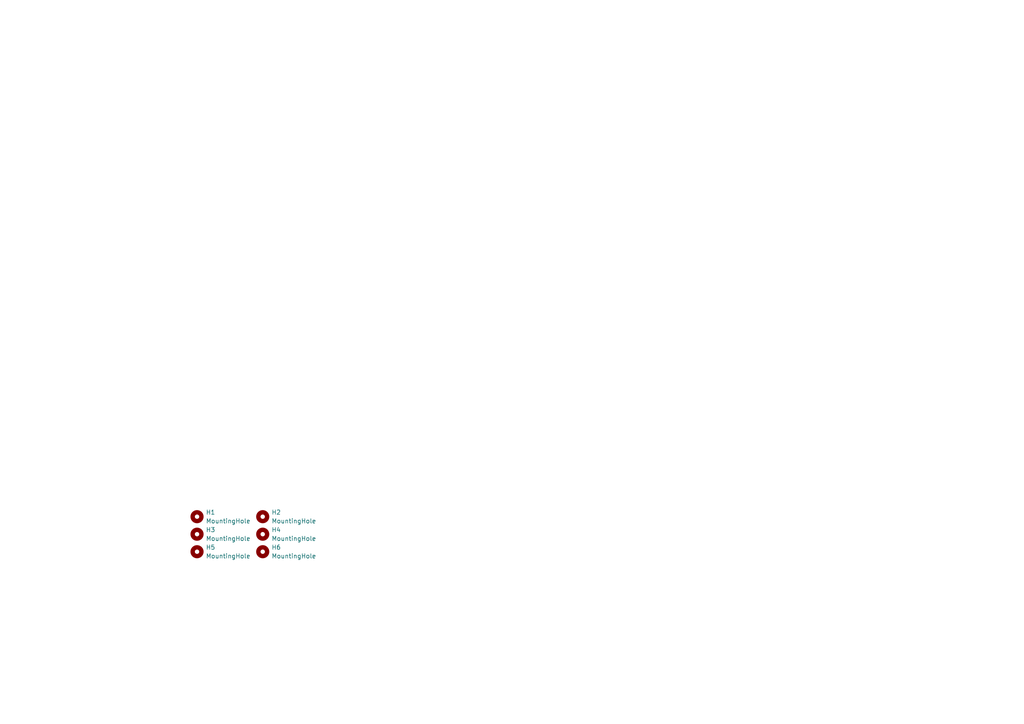
<source format=kicad_sch>
(kicad_sch (version 20230121) (generator eeschema)
  (paper "A4")
  (lib_symbols
    (symbol "Mechanical:MountingHole" (pin_names (offset 1.016))
      (property "Reference" "H" (at 0 5.08 0))
      (property "Value" "MountingHole" (at 0 3.175 0))
      (symbol "MountingHole_0_1"
        (circle (center 0 0) (radius 1.27) (stroke (width 1.27)))
      )
    )
  )
  (symbol (lib_id "Mechanical:MountingHole") (at 57.15 154.94 0) (unit 1)
    (property "Reference" "H3" (at 59.69 153.67 0) (effects (justify left)))
    (property "Value" "MountingHole" (at 59.69 156.21 0) (effects (justify left)))
    (property "Footprint" "mountingholes:MountingHole_2.2mm_M2_DIN965_Pad_TopBottom" (effects hide))
  )
  (symbol (lib_id "Mechanical:MountingHole") (at 76.2 149.86 0) (unit 1)
    (property "Reference" "H2" (at 78.74 148.59 0) (effects (justify left)))
    (property "Value" "MountingHole" (at 78.74 151.13 0) (effects (justify left)))
    (property "Footprint" "mountingholes:MountingHole_2.2mm_M2_DIN965_Pad_TopBottom" (effects hide))
  )
  (symbol (lib_id "Mechanical:MountingHole") (at 76.2 154.94 0) (unit 1)
    (property "Reference" "H4" (at 78.74 153.67 0) (effects (justify left)))
    (property "Value" "MountingHole" (at 78.74 156.21 0) (effects (justify left)))
    (property "Footprint" "mountingholes:MountingHole_2.2mm_M2_DIN965_Pad_TopBottom" (effects hide))
  )
  (symbol (lib_id "Mechanical:MountingHole") (at 57.15 149.86 0) (unit 1)
    (property "Reference" "H1" (at 59.69 148.59 0) (effects (justify left)))
    (property "Value" "MountingHole" (at 59.69 151.13 0) (effects (justify left)))
    (property "Footprint" "mountingholes:MountingHole_2.2mm_M2_DIN965_Pad_TopBottom" (effects hide))
  )
  (symbol (lib_id "Mechanical:MountingHole") (at 57.15 160.02 0) (unit 1)
    (property "Reference" "H5" (at 59.69 158.75 0) (effects (justify left)))
    (property "Value" "MountingHole" (at 59.69 161.29 0) (effects (justify left)))
    (property "Footprint" "mountingholes:MountingHole_2.2mm_M2_DIN965_Pad_TopBottom" (effects hide))
  )
  (symbol (lib_id "Mechanical:MountingHole") (at 76.2 160.02 0) (unit 1)
    (property "Reference" "H6" (at 78.74 158.75 0) (effects (justify left)))
    (property "Value" "MountingHole" (at 78.74 161.29 0) (effects (justify left)))
    (property "Footprint" "mountingholes:MountingHole_2.2mm_M2_DIN965_Pad_TopBottom" (effects hide))
  )
)
</source>
